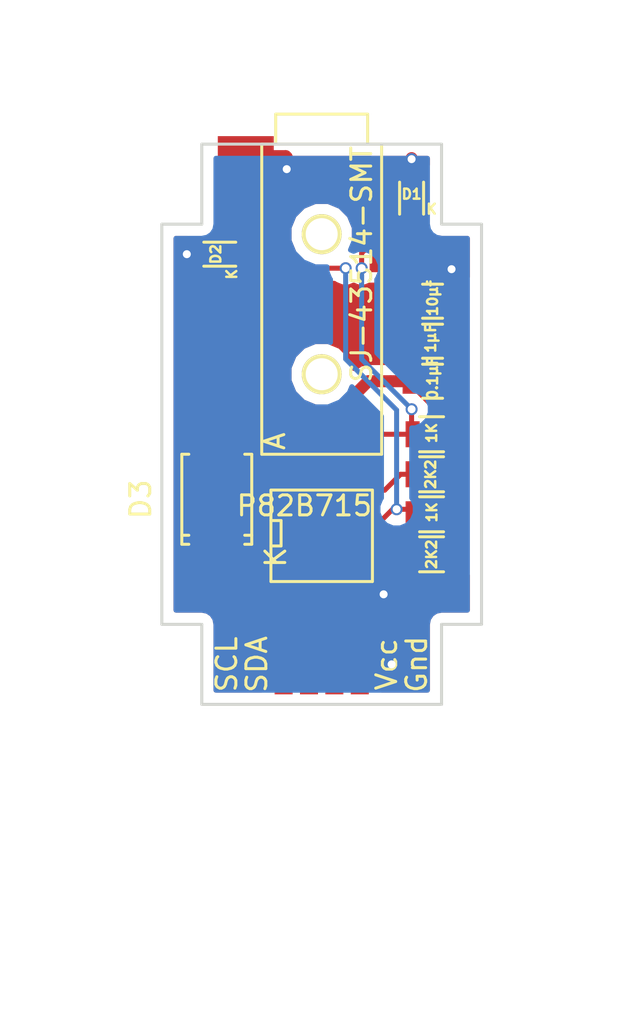
<source format=kicad_pcb>
(kicad_pcb (version 4) (host pcbnew 4.0.5+dfsg1-4)

  (general
    (links 27)
    (no_connects 0)
    (area 33.899999 38.3 69.35 89.000001)
    (thickness 1.6)
    (drawings 40)
    (tracks 94)
    (zones 0)
    (modules 13)
    (nets 8)
  )

  (page A4)
  (layers
    (0 F.Cu signal)
    (31 B.Cu signal)
    (32 B.Adhes user hide)
    (33 F.Adhes user hide)
    (34 B.Paste user hide)
    (35 F.Paste user hide)
    (36 B.SilkS user)
    (37 F.SilkS user)
    (38 B.Mask user hide)
    (39 F.Mask user hide)
    (40 Dwgs.User user)
    (41 Cmts.User user)
    (42 Eco1.User user)
    (43 Eco2.User user)
    (44 Edge.Cuts user)
    (45 Margin user hide)
    (46 B.CrtYd user)
    (47 F.CrtYd user)
    (48 B.Fab user)
    (49 F.Fab user)
  )

  (setup
    (last_trace_width 0.6)
    (user_trace_width 0.6)
    (trace_clearance 0.2)
    (zone_clearance 0.508)
    (zone_45_only no)
    (trace_min 0.2)
    (segment_width 0.2)
    (edge_width 0.15)
    (via_size 0.6)
    (via_drill 0.4)
    (via_min_size 0.4)
    (via_min_drill 0.3)
    (uvia_size 0.3)
    (uvia_drill 0.1)
    (uvias_allowed no)
    (uvia_min_size 0.2)
    (uvia_min_drill 0.1)
    (pcb_text_width 0.3)
    (pcb_text_size 1.5 1.5)
    (mod_edge_width 0.15)
    (mod_text_size 1 1)
    (mod_text_width 0.15)
    (pad_size 1.6 3.4)
    (pad_drill 0)
    (pad_to_mask_clearance 0.2)
    (aux_axis_origin 50 45)
    (visible_elements FFFFFF7F)
    (pcbplotparams
      (layerselection 0x00030_80000001)
      (usegerberextensions false)
      (excludeedgelayer true)
      (linewidth 0.100000)
      (plotframeref false)
      (viasonmask false)
      (mode 1)
      (useauxorigin false)
      (hpglpennumber 1)
      (hpglpenspeed 20)
      (hpglpendiameter 15)
      (hpglpenoverlay 2)
      (psnegative false)
      (psa4output false)
      (plotreference true)
      (plotvalue true)
      (plotinvisibletext false)
      (padsonsilk false)
      (subtractmaskfromsilk false)
      (outputformat 1)
      (mirror false)
      (drillshape 1)
      (scaleselection 1)
      (outputdirectory ""))
  )

  (net 0 "")
  (net 1 +5V)
  (net 2 GND)
  (net 3 /i2c_bridge_common/SCL_connector)
  (net 4 /i2c_bridge_common/SDA_connector)
  (net 5 /i2c_bridge_common/SCL_inside)
  (net 6 /i2c_bridge_common/SDA_inside)
  (net 7 "Net-(D3-Pad2)")

  (net_class Default "This is the default net class."
    (clearance 0.2)
    (trace_width 0.25)
    (via_dia 0.6)
    (via_drill 0.4)
    (uvia_dia 0.3)
    (uvia_drill 0.1)
    (add_net +5V)
    (add_net /i2c_bridge_common/SCL_connector)
    (add_net /i2c_bridge_common/SCL_inside)
    (add_net /i2c_bridge_common/SDA_connector)
    (add_net /i2c_bridge_common/SDA_inside)
    (add_net GND)
    (add_net "Net-(D3-Pad2)")
  )

  (net_class power ""
    (clearance 0.3)
    (trace_width 0.4)
    (via_dia 0.8)
    (via_drill 0.6)
    (uvia_dia 0.3)
    (uvia_drill 0.1)
  )

  (module myComponents:solderPads_4_Grove_I2C (layer F.Cu) (tedit 58E53D59) (tstamp 58E55026)
    (at 50 71)
    (path /58E54ECF)
    (fp_text reference I2C1 (at 0.635 2.54) (layer F.SilkS) hide
      (effects (font (size 1 1) (thickness 0.15)))
    )
    (fp_text value CONN_01X04 (at 0 3) (layer F.Fab)
      (effects (font (size 1 1) (thickness 0.15)))
    )
    (fp_text user SDA (at -3.25 0 90) (layer F.SilkS)
      (effects (font (size 1 1) (thickness 0.15)))
    )
    (fp_text user SCL (at -4.75 0 90) (layer F.SilkS)
      (effects (font (size 1 1) (thickness 0.15)))
    )
    (fp_text user Gnd (at 4.75 0 90) (layer F.SilkS)
      (effects (font (size 1 1) (thickness 0.15)))
    )
    (fp_text user Vcc (at 3.25 0 90) (layer F.SilkS)
      (effects (font (size 1 1) (thickness 0.15)))
    )
    (pad 1 smd rect (at -1.905 0) (size 0.9 3) (layers F.Cu F.Paste F.Mask)
      (net 5 /i2c_bridge_common/SCL_inside))
    (pad 2 smd rect (at -0.635 0) (size 0.9 3) (layers F.Cu F.Paste F.Mask)
      (net 6 /i2c_bridge_common/SDA_inside))
    (pad 3 smd rect (at 0.635 0) (size 0.9 3) (layers F.Cu F.Paste F.Mask)
      (net 1 +5V))
    (pad 4 smd rect (at 1.905 0) (size 0.9 3) (layers F.Cu F.Paste F.Mask)
      (net 2 GND))
  )

  (module Capacitors_SMD:C_0805 (layer F.Cu) (tedit 58E6699A) (tstamp 58E665DA)
    (at 55.55 52.85)
    (descr "Capacitor SMD 0805, reflow soldering, AVX (see smccp.pdf)")
    (tags "capacitor 0805")
    (path /58E667B4/58E68B64)
    (attr smd)
    (fp_text reference C1 (at 2.5 0) (layer F.Fab)
      (effects (font (size 1 1) (thickness 0.15)))
    )
    (fp_text value 10µf (at 0 -0.15 270) (layer F.SilkS)
      (effects (font (size 0.5 0.5) (thickness 0.125)))
    )
    (fp_line (start -1 0.625) (end -1 -0.625) (layer F.Fab) (width 0.15))
    (fp_line (start 1 0.625) (end -1 0.625) (layer F.Fab) (width 0.15))
    (fp_line (start 1 -0.625) (end 1 0.625) (layer F.Fab) (width 0.15))
    (fp_line (start -1 -0.625) (end 1 -0.625) (layer F.Fab) (width 0.15))
    (fp_line (start -1.8 -1) (end 1.8 -1) (layer F.CrtYd) (width 0.05))
    (fp_line (start -1.8 1) (end 1.8 1) (layer F.CrtYd) (width 0.05))
    (fp_line (start -1.8 -1) (end -1.8 1) (layer F.CrtYd) (width 0.05))
    (fp_line (start 1.8 -1) (end 1.8 1) (layer F.CrtYd) (width 0.05))
    (fp_line (start 0.5 -0.85) (end -0.5 -0.85) (layer F.SilkS) (width 0.15))
    (fp_line (start -0.5 0.85) (end 0.5 0.85) (layer F.SilkS) (width 0.15))
    (pad 1 smd rect (at -1 0) (size 1 1.25) (layers F.Cu F.Paste F.Mask)
      (net 1 +5V))
    (pad 2 smd rect (at 1 0) (size 1 1.25) (layers F.Cu F.Paste F.Mask)
      (net 2 GND))
    (model Capacitors_SMD.3dshapes/C_0805.wrl
      (at (xyz 0 0 0))
      (scale (xyz 1 1 1))
      (rotate (xyz 0 0 0))
    )
  )

  (module Capacitors_SMD:C_0805 (layer F.Cu) (tedit 58E669AE) (tstamp 58E665EA)
    (at 55.55 54.85)
    (descr "Capacitor SMD 0805, reflow soldering, AVX (see smccp.pdf)")
    (tags "capacitor 0805")
    (path /58E667B4/58E68B6B)
    (attr smd)
    (fp_text reference C2 (at 2.404999 -0.065) (layer F.Fab)
      (effects (font (size 1 1) (thickness 0.15)))
    )
    (fp_text value 1µF (at -0.095001 -0.15 270) (layer F.SilkS)
      (effects (font (size 0.5 0.5) (thickness 0.125)))
    )
    (fp_line (start -1 0.625) (end -1 -0.625) (layer F.Fab) (width 0.15))
    (fp_line (start 1 0.625) (end -1 0.625) (layer F.Fab) (width 0.15))
    (fp_line (start 1 -0.625) (end 1 0.625) (layer F.Fab) (width 0.15))
    (fp_line (start -1 -0.625) (end 1 -0.625) (layer F.Fab) (width 0.15))
    (fp_line (start -1.8 -1) (end 1.8 -1) (layer F.CrtYd) (width 0.05))
    (fp_line (start -1.8 1) (end 1.8 1) (layer F.CrtYd) (width 0.05))
    (fp_line (start -1.8 -1) (end -1.8 1) (layer F.CrtYd) (width 0.05))
    (fp_line (start 1.8 -1) (end 1.8 1) (layer F.CrtYd) (width 0.05))
    (fp_line (start 0.5 -0.85) (end -0.5 -0.85) (layer F.SilkS) (width 0.15))
    (fp_line (start -0.5 0.85) (end 0.5 0.85) (layer F.SilkS) (width 0.15))
    (pad 1 smd rect (at -1 0) (size 1 1.25) (layers F.Cu F.Paste F.Mask)
      (net 1 +5V))
    (pad 2 smd rect (at 1 0) (size 1 1.25) (layers F.Cu F.Paste F.Mask)
      (net 2 GND))
    (model Capacitors_SMD.3dshapes/C_0805.wrl
      (at (xyz 0 0 0))
      (scale (xyz 1 1 1))
      (rotate (xyz 0 0 0))
    )
  )

  (module Capacitors_SMD:C_0805 (layer F.Cu) (tedit 58E669DD) (tstamp 58E665FA)
    (at 55.55 56.85)
    (descr "Capacitor SMD 0805, reflow soldering, AVX (see smccp.pdf)")
    (tags "capacitor 0805")
    (path /58E667B4/58E68B72)
    (attr smd)
    (fp_text reference C3 (at 2.5 0) (layer F.Fab)
      (effects (font (size 1 1) (thickness 0.15)))
    )
    (fp_text value 0.1µF (at 0 -0.15 270) (layer F.SilkS)
      (effects (font (size 0.5 0.5) (thickness 0.125)))
    )
    (fp_line (start -1 0.625) (end -1 -0.625) (layer F.Fab) (width 0.15))
    (fp_line (start 1 0.625) (end -1 0.625) (layer F.Fab) (width 0.15))
    (fp_line (start 1 -0.625) (end 1 0.625) (layer F.Fab) (width 0.15))
    (fp_line (start -1 -0.625) (end 1 -0.625) (layer F.Fab) (width 0.15))
    (fp_line (start -1.8 -1) (end 1.8 -1) (layer F.CrtYd) (width 0.05))
    (fp_line (start -1.8 1) (end 1.8 1) (layer F.CrtYd) (width 0.05))
    (fp_line (start -1.8 -1) (end -1.8 1) (layer F.CrtYd) (width 0.05))
    (fp_line (start 1.8 -1) (end 1.8 1) (layer F.CrtYd) (width 0.05))
    (fp_line (start 0.5 -0.85) (end -0.5 -0.85) (layer F.SilkS) (width 0.15))
    (fp_line (start -0.5 0.85) (end 0.5 0.85) (layer F.SilkS) (width 0.15))
    (pad 1 smd rect (at -1 0) (size 1 1.25) (layers F.Cu F.Paste F.Mask)
      (net 1 +5V))
    (pad 2 smd rect (at 1 0) (size 1 1.25) (layers F.Cu F.Paste F.Mask)
      (net 2 GND))
    (model Capacitors_SMD.3dshapes/C_0805.wrl
      (at (xyz 0 0 0))
      (scale (xyz 1 1 1))
      (rotate (xyz 0 0 0))
    )
  )

  (module Diodes_SMD:SOD-523 (layer F.Cu) (tedit 58E7A419) (tstamp 58E665FB)
    (at 54.5 47.5 90)
    (descr "http://www.diodes.com/datasheets/ap02001.pdf p.144")
    (tags "Diode SOD523")
    (path /58E667B4/58E68B27)
    (attr smd)
    (fp_text reference D1 (at 0 0 180) (layer F.SilkS)
      (effects (font (size 0.5 0.5) (thickness 0.125)))
    )
    (fp_text value VESD05a1 (at 5 0 90) (layer F.Fab)
      (effects (font (size 1 1) (thickness 0.15)))
    )
    (fp_line (start 1.25 -0.75) (end 1.25 0.75) (layer F.CrtYd) (width 0.05))
    (fp_line (start -1.25 -0.75) (end 1.25 -0.75) (layer F.CrtYd) (width 0.05))
    (fp_line (start -1.25 0.75) (end -1.25 -0.75) (layer F.CrtYd) (width 0.05))
    (fp_line (start 1.25 0.75) (end -1.25 0.75) (layer F.CrtYd) (width 0.05))
    (fp_line (start 0.1 0) (end 0.25 0) (layer F.Fab) (width 0.15))
    (fp_line (start 0.1 -0.2) (end -0.2 0) (layer F.Fab) (width 0.15))
    (fp_line (start 0.1 0.2) (end 0.1 -0.2) (layer F.Fab) (width 0.15))
    (fp_line (start -0.2 0) (end 0.1 0.2) (layer F.Fab) (width 0.15))
    (fp_line (start -0.2 0) (end -0.35 0) (layer F.Fab) (width 0.15))
    (fp_line (start -0.2 0.2) (end -0.2 -0.2) (layer F.Fab) (width 0.15))
    (fp_line (start 0.6 -0.4) (end 0.6 0.4) (layer F.Fab) (width 0.15))
    (fp_line (start -0.6 -0.4) (end 0.6 -0.4) (layer F.Fab) (width 0.15))
    (fp_line (start -0.6 0.4) (end -0.6 -0.4) (layer F.Fab) (width 0.15))
    (fp_line (start 0.6 0.4) (end -0.6 0.4) (layer F.Fab) (width 0.15))
    (fp_line (start 0.6 -0.6) (end -1 -0.6) (layer F.SilkS) (width 0.15))
    (fp_line (start 0.6 0.6) (end -1 0.6) (layer F.SilkS) (width 0.15))
    (pad 2 smd rect (at 0.7 0 270) (size 0.6 0.7) (layers F.Cu F.Paste F.Mask)
      (net 2 GND))
    (pad 1 smd rect (at -0.7 0 270) (size 0.6 0.7) (layers F.Cu F.Paste F.Mask)
      (net 3 /i2c_bridge_common/SCL_connector))
  )

  (module Diodes_SMD:SOD-523 (layer F.Cu) (tedit 58E7A473) (tstamp 58E66625)
    (at 44.7 50.5 180)
    (descr "http://www.diodes.com/datasheets/ap02001.pdf p.144")
    (tags "Diode SOD523")
    (path /58E667B4/58E68B2E)
    (attr smd)
    (fp_text reference D2 (at 0 0 270) (layer F.SilkS)
      (effects (font (size 0.5 0.5) (thickness 0.125)))
    )
    (fp_text value VESD05a1 (at 6.7 0 180) (layer F.Fab)
      (effects (font (size 1 1) (thickness 0.15)))
    )
    (fp_line (start 1.25 -0.75) (end 1.25 0.75) (layer F.CrtYd) (width 0.05))
    (fp_line (start -1.25 -0.75) (end 1.25 -0.75) (layer F.CrtYd) (width 0.05))
    (fp_line (start -1.25 0.75) (end -1.25 -0.75) (layer F.CrtYd) (width 0.05))
    (fp_line (start 1.25 0.75) (end -1.25 0.75) (layer F.CrtYd) (width 0.05))
    (fp_line (start 0.1 0) (end 0.25 0) (layer F.Fab) (width 0.15))
    (fp_line (start 0.1 -0.2) (end -0.2 0) (layer F.Fab) (width 0.15))
    (fp_line (start 0.1 0.2) (end 0.1 -0.2) (layer F.Fab) (width 0.15))
    (fp_line (start -0.2 0) (end 0.1 0.2) (layer F.Fab) (width 0.15))
    (fp_line (start -0.2 0) (end -0.35 0) (layer F.Fab) (width 0.15))
    (fp_line (start -0.2 0.2) (end -0.2 -0.2) (layer F.Fab) (width 0.15))
    (fp_line (start 0.6 -0.4) (end 0.6 0.4) (layer F.Fab) (width 0.15))
    (fp_line (start -0.6 -0.4) (end 0.6 -0.4) (layer F.Fab) (width 0.15))
    (fp_line (start -0.6 0.4) (end -0.6 -0.4) (layer F.Fab) (width 0.15))
    (fp_line (start 0.6 0.4) (end -0.6 0.4) (layer F.Fab) (width 0.15))
    (fp_line (start 0.6 -0.6) (end -1 -0.6) (layer F.SilkS) (width 0.15))
    (fp_line (start 0.6 0.6) (end -1 0.6) (layer F.SilkS) (width 0.15))
    (pad 2 smd rect (at 0.7 0) (size 0.6 0.7) (layers F.Cu F.Paste F.Mask)
      (net 2 GND))
    (pad 1 smd rect (at -0.7 0) (size 0.6 0.7) (layers F.Cu F.Paste F.Mask)
      (net 4 /i2c_bridge_common/SDA_connector))
  )

  (module SMD_Packages:SOIC-8-N (layer F.Cu) (tedit 58E7A4A6) (tstamp 58E6668D)
    (at 50 64.575)
    (descr "Module Narrow CMS SOJ 8 pins large")
    (tags "CMS SOJ")
    (path /58E667B4/58E68B1E)
    (attr smd)
    (fp_text reference U1 (at -0.365 1.5) (layer F.Fab)
      (effects (font (size 1 1) (thickness 0.15)))
    )
    (fp_text value P82B715 (at -0.865 -1.5) (layer F.SilkS)
      (effects (font (size 1 1) (thickness 0.15)))
    )
    (fp_line (start -2.54 -2.286) (end 2.54 -2.286) (layer F.SilkS) (width 0.15))
    (fp_line (start 2.54 -2.286) (end 2.54 2.286) (layer F.SilkS) (width 0.15))
    (fp_line (start 2.54 2.286) (end -2.54 2.286) (layer F.SilkS) (width 0.15))
    (fp_line (start -2.54 2.286) (end -2.54 -2.286) (layer F.SilkS) (width 0.15))
    (fp_line (start -2.54 -0.762) (end -2.032 -0.762) (layer F.SilkS) (width 0.15))
    (fp_line (start -2.032 -0.762) (end -2.032 0.508) (layer F.SilkS) (width 0.15))
    (fp_line (start -2.032 0.508) (end -2.54 0.508) (layer F.SilkS) (width 0.15))
    (pad 8 smd rect (at -1.905 -3.175) (size 0.508 1.143) (layers F.Cu F.Paste F.Mask)
      (net 1 +5V))
    (pad 7 smd rect (at -0.635 -3.175) (size 0.508 1.143) (layers F.Cu F.Paste F.Mask)
      (net 3 /i2c_bridge_common/SCL_connector))
    (pad 6 smd rect (at 0.635 -3.175) (size 0.508 1.143) (layers F.Cu F.Paste F.Mask)
      (net 5 /i2c_bridge_common/SCL_inside))
    (pad 5 smd rect (at 1.905 -3.175) (size 0.508 1.143) (layers F.Cu F.Paste F.Mask))
    (pad 4 smd rect (at 1.905 3.175) (size 0.508 1.143) (layers F.Cu F.Paste F.Mask)
      (net 2 GND))
    (pad 3 smd rect (at 0.635 3.175) (size 0.508 1.143) (layers F.Cu F.Paste F.Mask)
      (net 6 /i2c_bridge_common/SDA_inside))
    (pad 2 smd rect (at -0.635 3.175) (size 0.508 1.143) (layers F.Cu F.Paste F.Mask)
      (net 4 /i2c_bridge_common/SDA_connector))
    (pad 1 smd rect (at -1.905 3.175) (size 0.508 1.143) (layers F.Cu F.Paste F.Mask))
    (model SMD_Packages.3dshapes/SOIC-8-N.wrl
      (at (xyz 0 0 0))
      (scale (xyz 0.5 0.38 0.5))
      (rotate (xyz 0 0 0))
    )
  )

  (module Resistors_SMD:R_0805 (layer F.Cu) (tedit 58E66A9B) (tstamp 58E67486)
    (at 55.5 59.5)
    (descr "Resistor SMD 0805, reflow soldering, Vishay (see dcrcw.pdf)")
    (tags "resistor 0805")
    (path /58E667B4/58E68B35)
    (attr smd)
    (fp_text reference R1 (at 2.254999 -0.065) (layer F.Fab)
      (effects (font (size 1 1) (thickness 0.15)))
    )
    (fp_text value 1K (at 0.004999 -0.065 270) (layer F.SilkS)
      (effects (font (size 0.5 0.5) (thickness 0.125)))
    )
    (fp_line (start -1 0.625) (end -1 -0.625) (layer F.Fab) (width 0.1))
    (fp_line (start 1 0.625) (end -1 0.625) (layer F.Fab) (width 0.1))
    (fp_line (start 1 -0.625) (end 1 0.625) (layer F.Fab) (width 0.1))
    (fp_line (start -1 -0.625) (end 1 -0.625) (layer F.Fab) (width 0.1))
    (fp_line (start -1.6 -1) (end 1.6 -1) (layer F.CrtYd) (width 0.05))
    (fp_line (start -1.6 1) (end 1.6 1) (layer F.CrtYd) (width 0.05))
    (fp_line (start -1.6 -1) (end -1.6 1) (layer F.CrtYd) (width 0.05))
    (fp_line (start 1.6 -1) (end 1.6 1) (layer F.CrtYd) (width 0.05))
    (fp_line (start 0.6 0.875) (end -0.6 0.875) (layer F.SilkS) (width 0.15))
    (fp_line (start -0.6 -0.875) (end 0.6 -0.875) (layer F.SilkS) (width 0.15))
    (pad 1 smd rect (at -0.95 0) (size 0.7 1.3) (layers F.Cu F.Paste F.Mask)
      (net 3 /i2c_bridge_common/SCL_connector))
    (pad 2 smd rect (at 0.95 0) (size 0.7 1.3) (layers F.Cu F.Paste F.Mask)
      (net 1 +5V))
    (model Resistors_SMD.3dshapes/R_0805.wrl
      (at (xyz 0 0 0))
      (scale (xyz 1 1 1))
      (rotate (xyz 0 0 0))
    )
  )

  (module Resistors_SMD:R_0805 (layer F.Cu) (tedit 58E66A6F) (tstamp 58E67495)
    (at 55.5 63.5)
    (descr "Resistor SMD 0805, reflow soldering, Vishay (see dcrcw.pdf)")
    (tags "resistor 0805")
    (path /58E667B4/58E68B3C)
    (attr smd)
    (fp_text reference R2 (at 2.264999 -0.115) (layer F.Fab)
      (effects (font (size 1 1) (thickness 0.15)))
    )
    (fp_text value 1K (at 0.014999 -0.1 270) (layer F.SilkS)
      (effects (font (size 0.5 0.5) (thickness 0.125)))
    )
    (fp_line (start -1 0.625) (end -1 -0.625) (layer F.Fab) (width 0.1))
    (fp_line (start 1 0.625) (end -1 0.625) (layer F.Fab) (width 0.1))
    (fp_line (start 1 -0.625) (end 1 0.625) (layer F.Fab) (width 0.1))
    (fp_line (start -1 -0.625) (end 1 -0.625) (layer F.Fab) (width 0.1))
    (fp_line (start -1.6 -1) (end 1.6 -1) (layer F.CrtYd) (width 0.05))
    (fp_line (start -1.6 1) (end 1.6 1) (layer F.CrtYd) (width 0.05))
    (fp_line (start -1.6 -1) (end -1.6 1) (layer F.CrtYd) (width 0.05))
    (fp_line (start 1.6 -1) (end 1.6 1) (layer F.CrtYd) (width 0.05))
    (fp_line (start 0.6 0.875) (end -0.6 0.875) (layer F.SilkS) (width 0.15))
    (fp_line (start -0.6 -0.875) (end 0.6 -0.875) (layer F.SilkS) (width 0.15))
    (pad 1 smd rect (at -0.95 0) (size 0.7 1.3) (layers F.Cu F.Paste F.Mask)
      (net 4 /i2c_bridge_common/SDA_connector))
    (pad 2 smd rect (at 0.95 0) (size 0.7 1.3) (layers F.Cu F.Paste F.Mask)
      (net 1 +5V))
    (model Resistors_SMD.3dshapes/R_0805.wrl
      (at (xyz 0 0 0))
      (scale (xyz 1 1 1))
      (rotate (xyz 0 0 0))
    )
  )

  (module Resistors_SMD:R_0805 (layer F.Cu) (tedit 58E66AB2) (tstamp 58E674A4)
    (at 55.5 61.5)
    (descr "Resistor SMD 0805, reflow soldering, Vishay (see dcrcw.pdf)")
    (tags "resistor 0805")
    (path /58E667B4/58E68B4A)
    (attr smd)
    (fp_text reference R3 (at 2.204999 0.065) (layer F.Fab)
      (effects (font (size 1 1) (thickness 0.15)))
    )
    (fp_text value 2K2 (at -0.045001 0 270) (layer F.SilkS)
      (effects (font (size 0.5 0.5) (thickness 0.125)))
    )
    (fp_line (start -1 0.625) (end -1 -0.625) (layer F.Fab) (width 0.1))
    (fp_line (start 1 0.625) (end -1 0.625) (layer F.Fab) (width 0.1))
    (fp_line (start 1 -0.625) (end 1 0.625) (layer F.Fab) (width 0.1))
    (fp_line (start -1 -0.625) (end 1 -0.625) (layer F.Fab) (width 0.1))
    (fp_line (start -1.6 -1) (end 1.6 -1) (layer F.CrtYd) (width 0.05))
    (fp_line (start -1.6 1) (end 1.6 1) (layer F.CrtYd) (width 0.05))
    (fp_line (start -1.6 -1) (end -1.6 1) (layer F.CrtYd) (width 0.05))
    (fp_line (start 1.6 -1) (end 1.6 1) (layer F.CrtYd) (width 0.05))
    (fp_line (start 0.6 0.875) (end -0.6 0.875) (layer F.SilkS) (width 0.15))
    (fp_line (start -0.6 -0.875) (end 0.6 -0.875) (layer F.SilkS) (width 0.15))
    (pad 1 smd rect (at -0.95 0) (size 0.7 1.3) (layers F.Cu F.Paste F.Mask)
      (net 5 /i2c_bridge_common/SCL_inside))
    (pad 2 smd rect (at 0.95 0) (size 0.7 1.3) (layers F.Cu F.Paste F.Mask)
      (net 1 +5V))
    (model Resistors_SMD.3dshapes/R_0805.wrl
      (at (xyz 0 0 0))
      (scale (xyz 1 1 1))
      (rotate (xyz 0 0 0))
    )
  )

  (module Resistors_SMD:R_0805 (layer F.Cu) (tedit 58E66AD3) (tstamp 58E674B3)
    (at 55.5 65.5)
    (descr "Resistor SMD 0805, reflow soldering, Vishay (see dcrcw.pdf)")
    (tags "resistor 0805")
    (path /58E667B4/58E68B43)
    (attr smd)
    (fp_text reference R4 (at 2.214999 -0.115) (layer F.Fab)
      (effects (font (size 1 1) (thickness 0.15)))
    )
    (fp_text value 2K2 (at 0 0 270) (layer F.SilkS)
      (effects (font (size 0.5 0.5) (thickness 0.125)))
    )
    (fp_line (start -1 0.625) (end -1 -0.625) (layer F.Fab) (width 0.1))
    (fp_line (start 1 0.625) (end -1 0.625) (layer F.Fab) (width 0.1))
    (fp_line (start 1 -0.625) (end 1 0.625) (layer F.Fab) (width 0.1))
    (fp_line (start -1 -0.625) (end 1 -0.625) (layer F.Fab) (width 0.1))
    (fp_line (start -1.6 -1) (end 1.6 -1) (layer F.CrtYd) (width 0.05))
    (fp_line (start -1.6 1) (end 1.6 1) (layer F.CrtYd) (width 0.05))
    (fp_line (start -1.6 -1) (end -1.6 1) (layer F.CrtYd) (width 0.05))
    (fp_line (start 1.6 -1) (end 1.6 1) (layer F.CrtYd) (width 0.05))
    (fp_line (start 0.6 0.875) (end -0.6 0.875) (layer F.SilkS) (width 0.15))
    (fp_line (start -0.6 -0.875) (end 0.6 -0.875) (layer F.SilkS) (width 0.15))
    (pad 1 smd rect (at -0.95 0) (size 0.7 1.3) (layers F.Cu F.Paste F.Mask)
      (net 6 /i2c_bridge_common/SDA_inside))
    (pad 2 smd rect (at 0.95 0) (size 0.7 1.3) (layers F.Cu F.Paste F.Mask)
      (net 1 +5V))
    (model Resistors_SMD.3dshapes/R_0805.wrl
      (at (xyz 0 0 0))
      (scale (xyz 1 1 1))
      (rotate (xyz 0 0 0))
    )
  )

  (module myComponents:audio_smd_SJ-43514-SMT (layer F.Cu) (tedit 58E7A452) (tstamp 58E59A50)
    (at 50 45 270)
    (path /58E2915A)
    (fp_text reference TRRS1 (at 6 2 270) (layer F.Fab)
      (effects (font (size 1 1) (thickness 0.15)))
    )
    (fp_text value SJ-43514-SMT (at 6 -2 270) (layer F.SilkS)
      (effects (font (size 1 1) (thickness 0.15)))
    )
    (fp_line (start 0 -3) (end 0 3) (layer F.SilkS) (width 0.15))
    (fp_line (start 0 3) (end 15.5 3) (layer F.SilkS) (width 0.15))
    (fp_line (start 15.5 3) (end 15.5 -3) (layer F.SilkS) (width 0.15))
    (fp_line (start 15.5 -3) (end 0 -3) (layer F.SilkS) (width 0.15))
    (fp_line (start 0 -2.3) (end -1.5 -2.3) (layer F.SilkS) (width 0.15))
    (fp_line (start -1.5 -2.3) (end -1.5 2.3) (layer F.SilkS) (width 0.15))
    (fp_line (start -1.5 2.3) (end 0 2.3) (layer F.SilkS) (width 0.15))
    (pad "" thru_hole circle (at 4.5 0 270) (size 2 2) (drill 1.6) (layers *.Cu *.Mask F.SilkS))
    (pad "" thru_hole circle (at 11.5 0 270) (size 2 2) (drill 1.6) (layers *.Cu *.Mask F.SilkS))
    (pad 4 smd rect (at 3.4 3.8 270) (size 2.2 2.8) (layers F.Cu F.Paste F.Mask)
      (net 4 /i2c_bridge_common/SDA_connector))
    (pad 2 smd rect (at 12.8 3.8 270) (size 2.8 2.8) (layers F.Cu F.Paste F.Mask)
      (net 7 "Net-(D3-Pad2)"))
    (pad 3 smd rect (at 5.3 -3.8 270) (size 2.2 2.8) (layers F.Cu F.Paste F.Mask)
      (net 3 /i2c_bridge_common/SCL_connector))
    (pad 1 smd rect (at 0.6 3.8 270) (size 2 2.8) (layers F.Cu F.Paste F.Mask)
      (net 2 GND))
    (model /mnt/gruscht/projects/keyboard/kicad_boards/myComponents.pretty/3d-models/audio_jack_SJ-43514-SMT.wrl
      (at (xyz 0 0 0))
      (scale (xyz 1 1 1))
      (rotate (xyz 0 0 0))
    )
  )

  (module Diodes_SMD:SMA_Standard (layer F.Cu) (tedit 552FF239) (tstamp 58E7E1A7)
    (at 44.75 62.74898 90)
    (descr "Diode SMA")
    (tags "Diode SMA")
    (path /58E2BB79)
    (attr smd)
    (fp_text reference D3 (at 0 -3.81 90) (layer F.SilkS)
      (effects (font (size 1 1) (thickness 0.15)))
    )
    (fp_text value SS14 (at 0 4.3 90) (layer F.Fab)
      (effects (font (size 1 1) (thickness 0.15)))
    )
    (fp_line (start -3.5 -2) (end 3.5 -2) (layer F.CrtYd) (width 0.05))
    (fp_line (start 3.5 -2) (end 3.5 2) (layer F.CrtYd) (width 0.05))
    (fp_line (start 3.5 2) (end -3.5 2) (layer F.CrtYd) (width 0.05))
    (fp_line (start -3.5 2) (end -3.5 -2) (layer F.CrtYd) (width 0.05))
    (fp_text user K (at -2.9 2.95 90) (layer F.SilkS)
      (effects (font (size 1 1) (thickness 0.15)))
    )
    (fp_text user A (at 2.9 2.9 90) (layer F.SilkS)
      (effects (font (size 1 1) (thickness 0.15)))
    )
    (fp_circle (center 0 0) (end 0.20066 -0.0508) (layer F.Adhes) (width 0.381))
    (fp_line (start -1.79914 1.75006) (end -1.79914 1.39954) (layer F.SilkS) (width 0.15))
    (fp_line (start -1.79914 -1.75006) (end -1.79914 -1.39954) (layer F.SilkS) (width 0.15))
    (fp_line (start 2.25044 1.75006) (end 2.25044 1.39954) (layer F.SilkS) (width 0.15))
    (fp_line (start -2.25044 1.75006) (end -2.25044 1.39954) (layer F.SilkS) (width 0.15))
    (fp_line (start -2.25044 -1.75006) (end -2.25044 -1.39954) (layer F.SilkS) (width 0.15))
    (fp_line (start 2.25044 -1.75006) (end 2.25044 -1.39954) (layer F.SilkS) (width 0.15))
    (fp_line (start -2.25044 1.75006) (end 2.25044 1.75006) (layer F.SilkS) (width 0.15))
    (fp_line (start -2.25044 -1.75006) (end 2.25044 -1.75006) (layer F.SilkS) (width 0.15))
    (pad 1 smd rect (at -1.99898 0 90) (size 2.49936 1.80086) (layers F.Cu F.Paste F.Mask)
      (net 1 +5V))
    (pad 2 smd rect (at 1.99898 0 90) (size 2.49936 1.80086) (layers F.Cu F.Paste F.Mask)
      (net 7 "Net-(D3-Pad2)"))
    (model Diodes_SMD.3dshapes/SMA_Standard.wrl
      (at (xyz 0 0 0))
      (scale (xyz 0.3937 0.3937 0.3937))
      (rotate (xyz 0 0 180))
    )
  )

  (gr_text K (at 45.5 51.5 90) (layer F.SilkS) (tstamp 58E816B3)
    (effects (font (size 0.5 0.5) (thickness 0.125)))
  )
  (gr_text K (at 55.5 48.25) (layer F.SilkS)
    (effects (font (size 0.5 0.5) (thickness 0.125)))
  )
  (gr_circle (center 38 47) (end 38 44.6) (layer Eco1.User) (width 0.2))
  (gr_line (start 34 47) (end 36 47) (layer Eco1.User) (width 0.2))
  (gr_line (start 34 55) (end 36 55) (layer Eco1.User) (width 0.2))
  (gr_line (start 34 63) (end 36 63) (layer Eco1.User) (width 0.2))
  (gr_line (start 34 67) (end 38 67) (layer Eco1.User) (width 0.2))
  (gr_line (start 34 59) (end 34 67) (layer Eco1.User) (width 0.2))
  (gr_line (start 34 59) (end 38 59) (layer Eco1.User) (width 0.2))
  (gr_line (start 34 51) (end 34 59) (layer Eco1.User) (width 0.2))
  (gr_line (start 34 51) (end 38 51) (layer Eco1.User) (width 0.2))
  (gr_line (start 34 43) (end 34 51) (layer Eco1.User) (width 0.2))
  (gr_line (start 38 43) (end 34 43) (layer Eco1.User) (width 0.2))
  (gr_line (start 38 78) (end 38 76) (layer Eco1.User) (width 0.2))
  (gr_line (start 46 78) (end 46 76) (layer Eco1.User) (width 0.2))
  (gr_line (start 54 78) (end 54 76) (layer Eco1.User) (width 0.2))
  (gr_line (start 62 78) (end 62 76) (layer Eco1.User) (width 0.2))
  (gr_line (start 66 78) (end 66 75) (layer Eco1.User) (width 0.2))
  (gr_line (start 58 78) (end 66 78) (layer Eco1.User) (width 0.2))
  (gr_line (start 34 78) (end 34 75) (layer Eco1.User) (width 0.2))
  (gr_line (start 42 78) (end 34 78) (layer Eco1.User) (width 0.2))
  (gr_line (start 42 78) (end 42 75) (layer Eco1.User) (width 0.2))
  (gr_line (start 50 78) (end 42 78) (layer Eco1.User) (width 0.2))
  (gr_line (start 58 78) (end 58 75) (layer Eco1.User) (width 0.2))
  (gr_line (start 50 78) (end 58 78) (layer Eco1.User) (width 0.2))
  (gr_line (start 50 75) (end 50 78) (layer Eco1.User) (width 0.2))
  (gr_line (start 44 49) (end 42 49) (layer Edge.Cuts) (width 0.15))
  (gr_line (start 44 45) (end 44 49) (layer Edge.Cuts) (width 0.15))
  (gr_line (start 56 49) (end 56 45) (layer Edge.Cuts) (width 0.15))
  (gr_line (start 58 49) (end 56 49) (layer Edge.Cuts) (width 0.15))
  (dimension 16 (width 0.3) (layer Eco2.User)
    (gr_text "16.000 mm" (at 50 39.65) (layer Eco2.User) (tstamp 58E63689)
      (effects (font (size 1.5 1.5) (thickness 0.3)))
    )
    (feature1 (pts (xy 42 44) (xy 42 38.3)))
    (feature2 (pts (xy 58 44) (xy 58 38.3)))
    (crossbar (pts (xy 58 41) (xy 42 41)))
    (arrow1a (pts (xy 42 41) (xy 43.126504 40.413579)))
    (arrow1b (pts (xy 42 41) (xy 43.126504 41.586421)))
    (arrow2a (pts (xy 58 41) (xy 56.873496 40.413579)))
    (arrow2b (pts (xy 58 41) (xy 56.873496 41.586421)))
  )
  (dimension 28 (width 0.3) (layer Eco2.User)
    (gr_text "28.000 mm" (at 62.85 59 90) (layer Eco2.User) (tstamp 58E882C8)
      (effects (font (size 1.5 1.5) (thickness 0.3)))
    )
    (feature1 (pts (xy 60 45) (xy 64.2 45)))
    (feature2 (pts (xy 60 73) (xy 64.2 73)))
    (crossbar (pts (xy 61.5 73) (xy 61.5 45)))
    (arrow1a (pts (xy 61.5 45) (xy 62.086421 46.126504)))
    (arrow1b (pts (xy 61.5 45) (xy 60.913579 46.126504)))
    (arrow2a (pts (xy 61.5 73) (xy 62.086421 71.873496)))
    (arrow2b (pts (xy 61.5 73) (xy 60.913579 71.873496)))
  )
  (gr_line (start 42 49) (end 42 69) (layer Edge.Cuts) (width 0.15))
  (gr_line (start 58 69) (end 58 49) (layer Edge.Cuts) (width 0.15))
  (gr_line (start 56 69) (end 58 69) (layer Edge.Cuts) (width 0.15))
  (gr_line (start 56 69) (end 56 73) (layer Edge.Cuts) (width 0.15))
  (gr_line (start 44 69) (end 42 69) (layer Edge.Cuts) (width 0.15))
  (gr_line (start 44 69) (end 44 73) (layer Edge.Cuts) (width 0.15))
  (gr_line (start 56 73) (end 44 73) (layer Edge.Cuts) (width 0.15))
  (gr_line (start 56 45) (end 44 45) (layer Edge.Cuts) (width 0.15))

  (segment (start 47.25204 64.74796) (end 48.095 63.905) (width 0.6) (layer F.Cu) (net 1))
  (segment (start 48.095 63.905) (end 48.095 61.4) (width 0.6) (layer F.Cu) (net 1))
  (segment (start 44.75 64.74796) (end 47.25204 64.74796) (width 0.6) (layer F.Cu) (net 1))
  (segment (start 48.095 61.4) (end 48.095 61.0825) (width 0.6) (layer F.Cu) (net 1))
  (segment (start 48.095 61.0825) (end 52.3275 56.85) (width 0.6) (layer F.Cu) (net 1))
  (segment (start 52.3275 56.85) (end 53.45 56.85) (width 0.6) (layer F.Cu) (net 1))
  (segment (start 53.45 56.85) (end 54.55 56.85) (width 0.6) (layer F.Cu) (net 1))
  (segment (start 56.45 65.5) (end 56.45 65.8) (width 0.6) (layer F.Cu) (net 1))
  (segment (start 56.45 65.8) (end 53.250001 68.999999) (width 0.6) (layer F.Cu) (net 1))
  (segment (start 51.054999 68.999999) (end 50.635 69.419998) (width 0.6) (layer F.Cu) (net 1))
  (segment (start 53.250001 68.999999) (end 51.054999 68.999999) (width 0.6) (layer F.Cu) (net 1))
  (segment (start 50.635 69.419998) (end 50.635 71) (width 0.6) (layer F.Cu) (net 1))
  (segment (start 56.45 59.5) (end 56.45 58.75) (width 0.6) (layer F.Cu) (net 1))
  (segment (start 56.45 58.75) (end 54.55 56.85) (width 0.6) (layer F.Cu) (net 1))
  (segment (start 56.45 61.5) (end 56.45 59.5) (width 0.6) (layer F.Cu) (net 1))
  (segment (start 56.45 63.5) (end 56.45 61.5) (width 0.6) (layer F.Cu) (net 1))
  (segment (start 56.45 65.5) (end 56.45 63.5) (width 0.6) (layer F.Cu) (net 1))
  (segment (start 54.55 54.85) (end 54.55 56.85) (width 0.6) (layer F.Cu) (net 1))
  (segment (start 54.55 52.85) (end 54.55 54.85) (width 0.6) (layer F.Cu) (net 1))
  (segment (start 53.1 67.5) (end 53.1 70.6) (width 0.6) (layer B.Cu) (net 2))
  (segment (start 53.1 70.6) (end 53.5 71) (width 0.6) (layer B.Cu) (net 2))
  (segment (start 51.905 67.75) (end 52.85 67.75) (width 0.6) (layer F.Cu) (net 2))
  (segment (start 52.85 67.75) (end 53.1 67.5) (width 0.6) (layer F.Cu) (net 2))
  (via (at 53.1 67.5) (size 0.6) (drill 0.4) (layers F.Cu B.Cu) (net 2))
  (segment (start 56.55 54.85) (end 56.55 52.85) (width 0.6) (layer F.Cu) (net 2))
  (segment (start 56.55 56.85) (end 56.55 54.85) (width 0.6) (layer F.Cu) (net 2))
  (segment (start 48.25 45.65) (end 48.25 45.825736) (width 0.6) (layer F.Cu) (net 2))
  (segment (start 48.2 45.6) (end 48.25 45.65) (width 0.6) (layer F.Cu) (net 2))
  (segment (start 46.2 45.6) (end 48.2 45.6) (width 0.6) (layer F.Cu) (net 2))
  (segment (start 48.25 45.825736) (end 48.25 46.25) (width 0.6) (layer F.Cu) (net 2))
  (via (at 48.25 46.25) (size 0.6) (drill 0.4) (layers F.Cu B.Cu) (net 2))
  (segment (start 56.55 52.85) (end 56.55 51.3) (width 0.6) (layer F.Cu) (net 2))
  (segment (start 56.55 51.3) (end 56.5 51.25) (width 0.6) (layer F.Cu) (net 2))
  (via (at 56.5 51.25) (size 0.6) (drill 0.4) (layers F.Cu B.Cu) (net 2))
  (segment (start 44 50.5) (end 43.25 50.5) (width 0.6) (layer F.Cu) (net 2))
  (via (at 43.25 50.5) (size 0.6) (drill 0.4) (layers F.Cu B.Cu) (net 2))
  (segment (start 51.905 71) (end 53.5 71) (width 0.6) (layer F.Cu) (net 2))
  (via (at 53.5 71) (size 0.6) (drill 0.4) (layers F.Cu B.Cu) (net 2))
  (segment (start 54.5 46.8) (end 54.5 45.7) (width 0.6) (layer F.Cu) (net 2))
  (via (at 54.5 45.75) (size 0.6) (drill 0.4) (layers F.Cu B.Cu) (net 2))
  (segment (start 52 50.775726) (end 52 51.19999) (width 0.25) (layer F.Cu) (net 3))
  (segment (start 52.15 50.3) (end 52 50.45) (width 0.25) (layer F.Cu) (net 3))
  (segment (start 52 50.45) (end 52 50.775726) (width 0.25) (layer F.Cu) (net 3))
  (via (at 52 51.19999) (size 0.6) (drill 0.4) (layers F.Cu B.Cu) (net 3))
  (segment (start 52 51.624254) (end 52 51.19999) (width 0.25) (layer B.Cu) (net 3))
  (segment (start 54.5 58.25) (end 52 55.75) (width 0.25) (layer B.Cu) (net 3))
  (segment (start 52 55.75) (end 52 51.624254) (width 0.25) (layer B.Cu) (net 3))
  (segment (start 53.8 50.3) (end 52.15 50.3) (width 0.25) (layer F.Cu) (net 3))
  (segment (start 49.365 61.4) (end 49.365 61.0825) (width 0.25) (layer F.Cu) (net 3))
  (segment (start 53.95 59.5) (end 54.55 59.5) (width 0.25) (layer F.Cu) (net 3))
  (segment (start 49.365 61.0825) (end 50.9475 59.5) (width 0.25) (layer F.Cu) (net 3))
  (segment (start 50.9475 59.5) (end 53.95 59.5) (width 0.25) (layer F.Cu) (net 3))
  (segment (start 54.5 58.25) (end 54.5 59.45) (width 0.25) (layer F.Cu) (net 3))
  (segment (start 54.5 59.45) (end 54.55 59.5) (width 0.25) (layer F.Cu) (net 3))
  (via (at 54.5 58.25) (size 0.6) (drill 0.4) (layers F.Cu B.Cu) (net 3))
  (segment (start 54.5 48.5) (end 54.5 49.6) (width 0.6) (layer F.Cu) (net 3))
  (segment (start 54.5 49.6) (end 53.8 50.3) (width 0.6) (layer F.Cu) (net 3))
  (segment (start 53.75 58.288998) (end 51.199997 55.738995) (width 0.25) (layer B.Cu) (net 4))
  (segment (start 46.94999 51.19999) (end 50.775733 51.19999) (width 0.25) (layer F.Cu) (net 4))
  (segment (start 46.25 50.5) (end 46.94999 51.19999) (width 0.25) (layer F.Cu) (net 4))
  (segment (start 51.199997 51.624254) (end 51.199997 51.19999) (width 0.25) (layer B.Cu) (net 4))
  (segment (start 51.199997 55.738995) (end 51.199997 51.624254) (width 0.25) (layer B.Cu) (net 4))
  (segment (start 50.775733 51.19999) (end 51.199997 51.19999) (width 0.25) (layer F.Cu) (net 4))
  (segment (start 53.75 63.25) (end 53.75 58.288998) (width 0.25) (layer B.Cu) (net 4))
  (via (at 51.199997 51.19999) (size 0.6) (drill 0.4) (layers F.Cu B.Cu) (net 4))
  (segment (start 49.365 67.75) (end 49.365 67.4325) (width 0.25) (layer F.Cu) (net 4))
  (segment (start 49.365 67.4325) (end 53.5475 63.25) (width 0.25) (layer F.Cu) (net 4))
  (segment (start 53.5475 63.25) (end 53.75 63.25) (width 0.25) (layer F.Cu) (net 4))
  (segment (start 53.75 63.25) (end 54.3 63.25) (width 0.25) (layer F.Cu) (net 4))
  (segment (start 54.3 63.25) (end 54.55 63.5) (width 0.25) (layer F.Cu) (net 4))
  (via (at 53.75 63.25) (size 0.6) (drill 0.4) (layers F.Cu B.Cu) (net 4))
  (segment (start 46.25 50.5) (end 46.2 50.45) (width 0.6) (layer F.Cu) (net 4))
  (segment (start 46.2 50.45) (end 46.2 48.4) (width 0.6) (layer F.Cu) (net 4))
  (segment (start 45.4 50.5) (end 46.25 50.5) (width 0.6) (layer F.Cu) (net 4))
  (segment (start 54.55 61.5) (end 53.95 61.5) (width 0.25) (layer F.Cu) (net 5))
  (segment (start 53.95 61.5) (end 53.153499 62.296501) (width 0.25) (layer F.Cu) (net 5))
  (segment (start 53.153499 62.296501) (end 51.214001 62.296501) (width 0.25) (layer F.Cu) (net 5))
  (segment (start 51.214001 62.296501) (end 50.635 61.7175) (width 0.25) (layer F.Cu) (net 5))
  (segment (start 50.635 61.7175) (end 50.635 61.4) (width 0.25) (layer F.Cu) (net 5))
  (segment (start 48.095 71) (end 48.095 69.155) (width 0.25) (layer F.Cu) (net 5))
  (segment (start 48.095 69.155) (end 48.785999 68.464001) (width 0.25) (layer F.Cu) (net 5))
  (segment (start 48.785999 68.464001) (end 48.785999 63.566501) (width 0.25) (layer F.Cu) (net 5))
  (segment (start 48.785999 63.566501) (end 50.635 61.7175) (width 0.25) (layer F.Cu) (net 5))
  (segment (start 50.635 67.75) (end 50.635 67.4325) (width 0.25) (layer F.Cu) (net 6))
  (segment (start 50.635 67.4325) (end 52.5675 65.5) (width 0.25) (layer F.Cu) (net 6))
  (segment (start 52.5675 65.5) (end 53.95 65.5) (width 0.25) (layer F.Cu) (net 6))
  (segment (start 53.95 65.5) (end 54.55 65.5) (width 0.25) (layer F.Cu) (net 6))
  (segment (start 49.365 71) (end 49.365 69.160502) (width 0.25) (layer F.Cu) (net 6))
  (segment (start 49.365 69.160502) (end 49.954002 68.5715) (width 0.25) (layer F.Cu) (net 6))
  (segment (start 49.954002 68.5715) (end 50.131 68.5715) (width 0.25) (layer F.Cu) (net 6))
  (segment (start 50.131 68.5715) (end 50.635 68.0675) (width 0.25) (layer F.Cu) (net 6))
  (segment (start 50.635 68.0675) (end 50.635 67.75) (width 0.25) (layer F.Cu) (net 6))
  (segment (start 46.2 57.8) (end 46.2 59.3) (width 0.6) (layer F.Cu) (net 7))
  (segment (start 46.2 59.3) (end 44.75 60.75) (width 0.6) (layer F.Cu) (net 7))

  (zone (net 2) (net_name GND) (layer F.Cu) (tstamp 0) (hatch edge 0.508)
    (connect_pads (clearance 0.508))
    (min_thickness 0.254)
    (fill yes (arc_segments 16) (thermal_gap 0.508) (thermal_bridge_width 0.508))
    (polygon
      (pts
        (xy 42.5 45) (xy 58.5 45) (xy 58.5 89) (xy 41.5 89) (xy 41.5 46)
      )
    )
    (filled_polygon
      (pts
        (xy 57.29 68.29) (xy 56 68.29) (xy 55.728295 68.344046) (xy 55.497954 68.497954) (xy 55.344046 68.728295)
        (xy 55.29 69) (xy 55.29 72.29) (xy 52.99 72.29) (xy 52.99 71.28575) (xy 52.83125 71.127)
        (xy 52.032 71.127) (xy 52.032 71.147) (xy 51.778 71.147) (xy 51.778 71.127) (xy 51.758 71.127)
        (xy 51.758 70.873) (xy 51.778 70.873) (xy 51.778 70.853) (xy 52.032 70.853) (xy 52.032 70.873)
        (xy 52.83125 70.873) (xy 52.99 70.71425) (xy 52.99 69.934999) (xy 53.250001 69.934999) (xy 53.60781 69.863826)
        (xy 53.911146 69.661144) (xy 56.77485 66.79744) (xy 56.8 66.79744) (xy 57.035317 66.753162) (xy 57.251441 66.61409)
        (xy 57.29 66.557657)
      )
    )
    (filled_polygon
      (pts
        (xy 43.161673 49.790301) (xy 43.065 50.02369) (xy 43.065 50.21425) (xy 43.22375 50.373) (xy 43.873 50.373)
        (xy 43.873 50.353) (xy 44.127 50.353) (xy 44.127 50.373) (xy 44.147 50.373) (xy 44.147 50.627)
        (xy 44.127 50.627) (xy 44.127 51.32625) (xy 44.28575 51.485) (xy 44.426309 51.485) (xy 44.659698 51.388327)
        (xy 44.70166 51.346366) (xy 44.84811 51.446431) (xy 45.1 51.49744) (xy 45.7 51.49744) (xy 45.935317 51.453162)
        (xy 45.963542 51.435) (xy 46.110198 51.435) (xy 46.412589 51.737391) (xy 46.65915 51.902138) (xy 46.94999 51.95999)
        (xy 50.637534 51.95999) (xy 50.66967 51.992182) (xy 51.013198 52.134828) (xy 51.385164 52.135152) (xy 51.600103 52.046341)
        (xy 51.813201 52.134828) (xy 52.185167 52.135152) (xy 52.398287 52.047093) (xy 52.4 52.04744) (xy 53.438517 52.04744)
        (xy 53.40256 52.225) (xy 53.40256 53.475) (xy 53.446838 53.710317) (xy 53.53719 53.850727) (xy 53.453569 53.97311)
        (xy 53.40256 54.225) (xy 53.40256 55.475) (xy 53.446838 55.710317) (xy 53.53719 55.850727) (xy 53.493274 55.915)
        (xy 52.3275 55.915) (xy 51.969691 55.986173) (xy 51.666355 56.188855) (xy 51.635246 56.219964) (xy 51.635284 56.176205)
        (xy 51.386894 55.575057) (xy 50.927363 55.114722) (xy 50.326648 54.865284) (xy 49.676205 54.864716) (xy 49.075057 55.113106)
        (xy 48.614722 55.572637) (xy 48.365284 56.173352) (xy 48.364716 56.823795) (xy 48.613106 57.424943) (xy 49.072637 57.885278)
        (xy 49.673352 58.134716) (xy 49.720453 58.134757) (xy 47.635478 60.219732) (xy 47.605683 60.225338) (xy 47.389559 60.36441)
        (xy 47.244569 60.57661) (xy 47.19356 60.8285) (xy 47.19356 60.913783) (xy 47.16 61.0825) (xy 47.16 63.51771)
        (xy 46.86475 63.81296) (xy 46.29787 63.81296) (xy 46.29787 63.49828) (xy 46.253592 63.262963) (xy 46.11452 63.046839)
        (xy 45.90232 62.901849) (xy 45.65043 62.85084) (xy 43.84957 62.85084) (xy 43.614253 62.895118) (xy 43.398129 63.03419)
        (xy 43.253139 63.24639) (xy 43.20213 63.49828) (xy 43.20213 65.99764) (xy 43.246408 66.232957) (xy 43.38548 66.449081)
        (xy 43.59768 66.594071) (xy 43.84957 66.64508) (xy 45.65043 66.64508) (xy 45.885747 66.600802) (xy 46.101871 66.46173)
        (xy 46.246861 66.24953) (xy 46.29787 65.99764) (xy 46.29787 65.68296) (xy 47.25204 65.68296) (xy 47.609849 65.611787)
        (xy 47.913185 65.409105) (xy 48.025999 65.296291) (xy 48.025999 66.53106) (xy 47.841 66.53106) (xy 47.605683 66.575338)
        (xy 47.389559 66.71441) (xy 47.244569 66.92661) (xy 47.19356 67.1785) (xy 47.19356 68.3215) (xy 47.237838 68.556817)
        (xy 47.37691 68.772941) (xy 47.429701 68.809012) (xy 47.392852 68.864161) (xy 47.382927 68.914055) (xy 47.193559 69.03591)
        (xy 47.048569 69.24811) (xy 46.99756 69.5) (xy 46.99756 72.29) (xy 44.71 72.29) (xy 44.71 69)
        (xy 44.655954 68.728295) (xy 44.502046 68.497954) (xy 44.271705 68.344046) (xy 44 68.29) (xy 42.71 68.29)
        (xy 42.71 59.50032) (xy 43.20213 59.50032) (xy 43.20213 61.99968) (xy 43.246408 62.234997) (xy 43.38548 62.451121)
        (xy 43.59768 62.596111) (xy 43.84957 62.64712) (xy 45.65043 62.64712) (xy 45.885747 62.602842) (xy 46.101871 62.46377)
        (xy 46.246861 62.25157) (xy 46.29787 61.99968) (xy 46.29787 60.52442) (xy 46.861145 59.961145) (xy 46.93712 59.84744)
        (xy 47.6 59.84744) (xy 47.835317 59.803162) (xy 48.051441 59.66409) (xy 48.196431 59.45189) (xy 48.24744 59.2)
        (xy 48.24744 56.4) (xy 48.203162 56.164683) (xy 48.06409 55.948559) (xy 47.85189 55.803569) (xy 47.6 55.75256)
        (xy 44.8 55.75256) (xy 44.564683 55.796838) (xy 44.348559 55.93591) (xy 44.203569 56.14811) (xy 44.15256 56.4)
        (xy 44.15256 58.85288) (xy 43.84957 58.85288) (xy 43.614253 58.897158) (xy 43.398129 59.03623) (xy 43.253139 59.24843)
        (xy 43.20213 59.50032) (xy 42.71 59.50032) (xy 42.71 50.78575) (xy 43.065 50.78575) (xy 43.065 50.97631)
        (xy 43.161673 51.209699) (xy 43.340302 51.388327) (xy 43.573691 51.485) (xy 43.71425 51.485) (xy 43.873 51.32625)
        (xy 43.873 50.627) (xy 43.22375 50.627) (xy 43.065 50.78575) (xy 42.71 50.78575) (xy 42.71 49.71)
        (xy 43.241974 49.71)
      )
    )
    (filled_polygon
      (pts
        (xy 53.596838 66.385317) (xy 53.73591 66.601441) (xy 53.94811 66.746431) (xy 54.142013 66.785697) (xy 52.862711 68.064999)
        (xy 52.794 68.064999) (xy 52.794 68.03575) (xy 52.63525 67.877) (xy 52.032 67.877) (xy 52.032 67.897)
        (xy 51.778 67.897) (xy 51.778 67.877) (xy 51.758 67.877) (xy 51.758 67.623) (xy 51.778 67.623)
        (xy 51.778 67.603) (xy 52.032 67.603) (xy 52.032 67.623) (xy 52.63525 67.623) (xy 52.794 67.46425)
        (xy 52.794 67.05219) (xy 52.697327 66.818801) (xy 52.518698 66.640173) (xy 52.506982 66.63532) (xy 52.882302 66.26)
        (xy 53.573258 66.26)
      )
    )
    (filled_polygon
      (pts
        (xy 56 49.71) (xy 57.29 49.71) (xy 57.29 51.637092) (xy 57.176309 51.59) (xy 56.83575 51.59)
        (xy 56.677 51.74875) (xy 56.677 52.723) (xy 56.697 52.723) (xy 56.697 52.977) (xy 56.677 52.977)
        (xy 56.677 54.723) (xy 56.697 54.723) (xy 56.697 54.977) (xy 56.677 54.977) (xy 56.677 56.723)
        (xy 56.697 56.723) (xy 56.697 56.977) (xy 56.677 56.977) (xy 56.677 56.997) (xy 56.423 56.997)
        (xy 56.423 56.977) (xy 56.403 56.977) (xy 56.403 56.723) (xy 56.423 56.723) (xy 56.423 54.977)
        (xy 56.403 54.977) (xy 56.403 54.723) (xy 56.423 54.723) (xy 56.423 52.977) (xy 56.403 52.977)
        (xy 56.403 52.723) (xy 56.423 52.723) (xy 56.423 51.74875) (xy 56.26425 51.59) (xy 55.923691 51.59)
        (xy 55.79846 51.641873) (xy 55.84744 51.4) (xy 55.84744 49.679654)
      )
    )
    (filled_polygon
      (pts
        (xy 55.29 46.041974) (xy 55.209699 45.961673) (xy 54.97631 45.865) (xy 54.78575 45.865) (xy 54.627 46.02375)
        (xy 54.627 46.673) (xy 54.647 46.673) (xy 54.647 46.927) (xy 54.627 46.927) (xy 54.627 46.947)
        (xy 54.373 46.947) (xy 54.373 46.927) (xy 53.67375 46.927) (xy 53.515 47.08575) (xy 53.515 47.226309)
        (xy 53.611673 47.459698) (xy 53.653634 47.50166) (xy 53.553569 47.64811) (xy 53.50256 47.9) (xy 53.50256 48.5)
        (xy 53.51245 48.55256) (xy 52.4 48.55256) (xy 52.164683 48.596838) (xy 51.948559 48.73591) (xy 51.803569 48.94811)
        (xy 51.75256 49.2) (xy 51.75256 49.66908) (xy 51.634785 49.747775) (xy 51.635284 49.176205) (xy 51.386894 48.575057)
        (xy 50.927363 48.114722) (xy 50.326648 47.865284) (xy 49.676205 47.864716) (xy 49.075057 48.113106) (xy 48.614722 48.572637)
        (xy 48.365284 49.173352) (xy 48.364716 49.823795) (xy 48.613106 50.424943) (xy 48.628127 50.43999) (xy 47.264792 50.43999)
        (xy 47.150287 50.325485) (xy 47.135 50.248634) (xy 47.135 50.14744) (xy 47.6 50.14744) (xy 47.835317 50.103162)
        (xy 48.051441 49.96409) (xy 48.196431 49.75189) (xy 48.24744 49.5) (xy 48.24744 47.3) (xy 48.203162 47.064683)
        (xy 48.136671 46.961354) (xy 48.138327 46.959698) (xy 48.235 46.726309) (xy 48.235 46.373691) (xy 53.515 46.373691)
        (xy 53.515 46.51425) (xy 53.67375 46.673) (xy 54.373 46.673) (xy 54.373 46.02375) (xy 54.21425 45.865)
        (xy 54.02369 45.865) (xy 53.790301 45.961673) (xy 53.611673 46.140302) (xy 53.515 46.373691) (xy 48.235 46.373691)
        (xy 48.235 45.88575) (xy 48.076252 45.727002) (xy 48.235 45.727002) (xy 48.235 45.71) (xy 55.29 45.71)
      )
    )
  )
  (zone (net 2) (net_name GND) (layer B.Cu) (tstamp 0) (hatch edge 0.508)
    (connect_pads (clearance 0.508))
    (min_thickness 0.254)
    (fill yes (arc_segments 16) (thermal_gap 0.508) (thermal_bridge_width 0.508))
    (polygon
      (pts
        (xy 41 45) (xy 59 45) (xy 59 89) (xy 41 89)
      )
    )
    (filled_polygon
      (pts
        (xy 55.29 49) (xy 55.344046 49.271705) (xy 55.497954 49.502046) (xy 55.728295 49.655954) (xy 56 49.71)
        (xy 57.29 49.71) (xy 57.29 68.29) (xy 56 68.29) (xy 55.728295 68.344046) (xy 55.497954 68.497954)
        (xy 55.344046 68.728295) (xy 55.29 69) (xy 55.29 72.29) (xy 44.71 72.29) (xy 44.71 69)
        (xy 44.655954 68.728295) (xy 44.502046 68.497954) (xy 44.271705 68.344046) (xy 44 68.29) (xy 42.71 68.29)
        (xy 42.71 49.823795) (xy 48.364716 49.823795) (xy 48.613106 50.424943) (xy 49.072637 50.885278) (xy 49.673352 51.134716)
        (xy 50.265053 51.135233) (xy 50.264835 51.385157) (xy 50.40688 51.728933) (xy 50.439997 51.762108) (xy 50.439997 54.91235)
        (xy 50.326648 54.865284) (xy 49.676205 54.864716) (xy 49.075057 55.113106) (xy 48.614722 55.572637) (xy 48.365284 56.173352)
        (xy 48.364716 56.823795) (xy 48.613106 57.424943) (xy 49.072637 57.885278) (xy 49.673352 58.134716) (xy 50.323795 58.135284)
        (xy 50.924943 57.886894) (xy 51.385278 57.427363) (xy 51.510938 57.124738) (xy 52.99 58.6038) (xy 52.99 62.687537)
        (xy 52.957808 62.719673) (xy 52.815162 63.063201) (xy 52.814838 63.435167) (xy 52.956883 63.778943) (xy 53.219673 64.042192)
        (xy 53.563201 64.184838) (xy 53.935167 64.185162) (xy 54.278943 64.043117) (xy 54.542192 63.780327) (xy 54.684838 63.436799)
        (xy 54.685162 63.064833) (xy 54.543117 62.721057) (xy 54.51 62.687882) (xy 54.51 59.185009) (xy 54.685167 59.185162)
        (xy 55.028943 59.043117) (xy 55.292192 58.780327) (xy 55.434838 58.436799) (xy 55.435162 58.064833) (xy 55.293117 57.721057)
        (xy 55.030327 57.457808) (xy 54.686799 57.315162) (xy 54.639923 57.315121) (xy 52.76 55.435198) (xy 52.76 51.762453)
        (xy 52.792192 51.730317) (xy 52.934838 51.386789) (xy 52.935162 51.014823) (xy 52.793117 50.671047) (xy 52.530327 50.407798)
        (xy 52.186799 50.265152) (xy 51.814833 50.264828) (xy 51.599894 50.353639) (xy 51.442951 50.28847) (xy 51.634716 49.826648)
        (xy 51.635284 49.176205) (xy 51.386894 48.575057) (xy 50.927363 48.114722) (xy 50.326648 47.865284) (xy 49.676205 47.864716)
        (xy 49.075057 48.113106) (xy 48.614722 48.572637) (xy 48.365284 49.173352) (xy 48.364716 49.823795) (xy 42.71 49.823795)
        (xy 42.71 49.71) (xy 44 49.71) (xy 44.271705 49.655954) (xy 44.502046 49.502046) (xy 44.655954 49.271705)
        (xy 44.71 49) (xy 44.71 45.71) (xy 55.29 45.71)
      )
    )
  )
)

</source>
